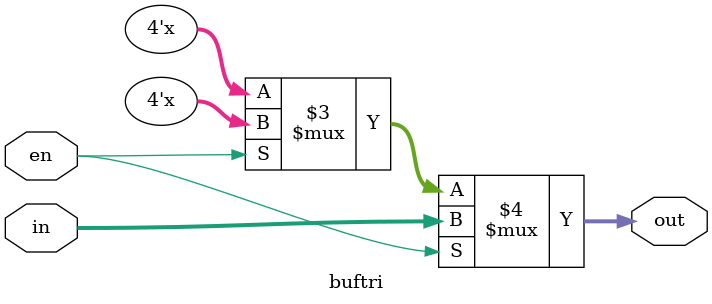
<source format=v>
module buftri(input wire en, input wire [3:0]in, output wire [3:0]out);

  assign out = (en == 1) ? in :
               (en == 0) ? 4'bz : 4'bx;

endmodule

</source>
